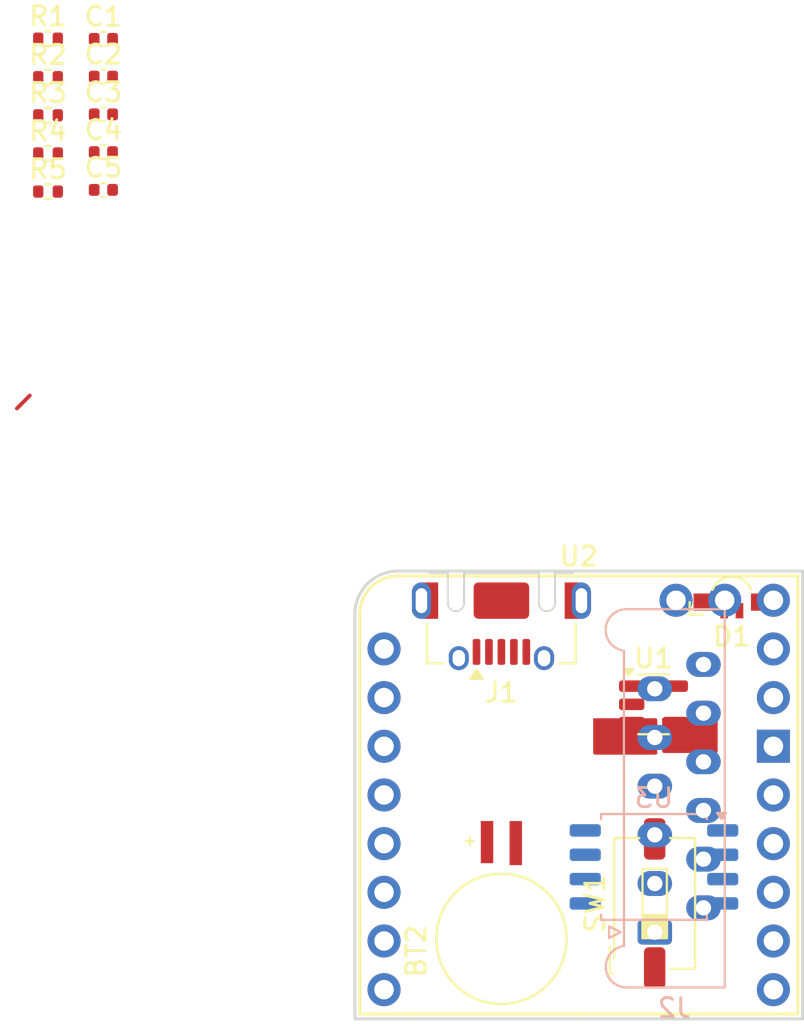
<source format=kicad_pcb>
(kicad_pcb (version 20241229) (generator "pcbnew") (generator_version "9.0")
  (layers (0 "F.Cu" signal) (2 "B.Cu" signal) (13 "F.Paste" user) (15 "B.Paste" user) (5 "F.SilkS" user "F.Silkscreen") (7 "B.SilkS" user "B.Silkscreen") (1 "F.Mask" user) (3 "B.Mask" user) (25 "Edge.Cuts" user))
  (net 0 "")
  (net 1 "+3.3V")
  (net 2 "GND")
  (net 3 "Net-(U1-PROG)")
  (net 4 "Net-(J1-Shield)")
  (net 5 "Net-(D1-RA)")
  (net 6 "VBAT")
  (net 7 "Net-(D1-K)")
  (net 8 "Net-(D1-GA)")
  (net 9 "4")
  (net 10 "3")
  (net 11 "Net-(BT2-+)")
  (net 12 "Net-(U1-STAT)")
  (net 13 "Net-(U3-~{WP}{slash}IO_{2})")
  (net 14 "Net-(U3-~{HOLD}{slash}~{RESET}{slash}IO_{3})")
  (net 15 "6")
  (net 16 "7")
  (net 17 "9")
  (net 18 "8")
  (footprint "Favorites:BAT_MS621FE-FL11E" (layer "F.Cu") (at 171.625 111.95 90)
    (property "Reference" "BT2" (at -0.635 -4.445 90) (layer "F.SilkS"))
    (property "Value" "CR1616")
    (fp_line (start 5.1 -1.846) (end 5.1 -1.446) (stroke (width 0.127)) (layer "F.SilkS"))
    (fp_line (start 4.9 -1.646) (end 5.3 -1.646) (stroke (width 0.127)) (layer "F.SilkS"))
    (fp_circle (center 0 0) (end 3.4 0) (stroke (width 0.127)) (fill no) (layer "F.SilkS"))
    (pad "1" smd rect (at 5.05 -0.75 90) (size 2.2 0.65) (layers "F.Cu" "F.Mask" "F.Paste") (net 11 "Net-(BT2-+)"))
    (pad "2" smd rect (at 5 0.75 90) (size 2.3 0.65) (layers "F.Cu" "F.Mask" "F.Paste") (net 2 "GND"))
  )
  (footprint "Resistor_SMD:R_0402_1005Metric" (layer "F.Cu") (at 147.9625 64.975)
    (property "Reference" "R1" (at 0 -1.17 0) (layer "F.SilkS"))
    (property "Value" "2 kΩ")
    (fp_line (start -0.153641 -0.38) (end 0.153641 -0.38) (stroke (width 0.12)) (layer "F.SilkS"))
    (fp_line (start -0.153641 0.38) (end 0.153641 0.38) (stroke (width 0.12)) (layer "F.SilkS"))
    (pad "1" smd roundrect (at -0.51 0) (size 0.54 0.64) (layers "F.Cu" "F.Mask" "F.Paste") (net 3 "Net-(U1-PROG)"))
    (pad "2" smd roundrect (at 0.51 0) (size 0.54 0.64) (layers "F.Cu" "F.Mask" "F.Paste") (net 2 "GND"))
  )
  (footprint "Capacitor_SMD:C_0402_1005Metric" (layer "F.Cu") (at 150.8525 72.865)
    (property "Reference" "C5" (at 0 -1.16 0) (layer "F.SilkS"))
    (property "Value" ".1 uF")
    (fp_line (start -0.107836 -0.36) (end 0.107836 -0.36) (stroke (width 0.12)) (layer "F.SilkS"))
    (fp_line (start -0.107836 0.36) (end 0.107836 0.36) (stroke (width 0.12)) (layer "F.SilkS"))
    (pad "1" smd roundrect (at -0.48 0) (size 0.56 0.62) (layers "F.Cu" "F.Mask" "F.Paste") (net 6 "VBAT"))
    (pad "2" smd roundrect (at 0.48 0) (size 0.56 0.62) (layers "F.Cu" "F.Mask" "F.Paste") (net 2 "GND"))
  )
  (footprint "Capacitor_SMD:C_0402_1005Metric" (layer "F.Cu") (at 150.8525 64.985)
    (property "Reference" "C1" (at 0 -1.16 0) (layer "F.SilkS"))
    (property "Value" "100 nF")
    (fp_line (start -0.107836 -0.36) (end 0.107836 -0.36) (stroke (width 0.12)) (layer "F.SilkS"))
    (fp_line (start -0.107836 0.36) (end 0.107836 0.36) (stroke (width 0.12)) (layer "F.SilkS"))
    (pad "1" smd roundrect (at -0.48 0) (size 0.56 0.62) (layers "F.Cu" "F.Mask" "F.Paste") (net 4 "Net-(J1-Shield)"))
    (pad "2" smd roundrect (at 0.48 0) (size 0.56 0.62) (layers "F.Cu" "F.Mask" "F.Paste") (net 2 "GND"))
  )
  (footprint "Button_Switch_SMD:SW_DIP_SPSTx01_Slide_6.7x4.1mm_W6.73mm_P2.54mm_LowProfile_JPin" (layer "F.Cu") (at 179.625 110.1 90)
    (property "Reference" "SW1" (at 0 -3.11 90) (layer "F.SilkS"))
    (property "Value" "SW_SPST")
    (fp_line (start -3.65 -2.35) (end -2.267 -2.35) (stroke (width 0.12)) (layer "F.SilkS"))
    (fp_line (start -3.65 -2.35) (end -3.65 -0.967) (stroke (width 0.12)) (layer "F.SilkS"))
    (fp_line (start 3.41 -2.11) (end 3.41 -0.8) (stroke (width 0.12)) (layer "F.SilkS"))
    (fp_line (start -3.41 -2.11) (end 3.41 -2.11) (stroke (width 0.12)) (layer "F.SilkS"))
    (fp_line (start -3.41 -2.11) (end -3.41 -0.8) (stroke (width 0.12)) (layer "F.SilkS"))
    (fp_line (start -0.603333 -0.635) (end -0.603333 0.635) (stroke (width 0.12)) (layer "F.SilkS"))
    (fp_line (start 3.41 0.8) (end 3.41 2.11) (stroke (width 0.12)) (layer "F.SilkS"))
    (fp_line (start -3.41 0.8) (end -3.41 2.11) (stroke (width 0.12)) (layer "F.SilkS"))
    (fp_line (start -3.41 2.11) (end 3.41 2.11) (stroke (width 0.12)) (layer "F.SilkS"))
    (fp_rect (start -1.81 -0.635) (end 1.81 0.635) (stroke (width 0.12)) (fill no) (layer "F.SilkS"))
    (fp_rect (start -1.81 -0.635) (end -0.603333 0.635) (stroke (width 0.12)) (fill yes) (layer "F.SilkS"))
    (pad "1" smd roundrect (at -3.365 0 90) (size 2.16 1.12) (layers "F.Cu" "F.Mask" "F.Paste") (roundrect_rratio 0.223214) (net 11 "Net-(BT2-+)"))
    (pad "2" smd roundrect (at 3.365 0 90) (size 2.16 1.12) (layers "F.Cu" "F.Mask" "F.Paste") (roundrect_rratio 0.223214) (net 6 "VBAT"))
  )
  (footprint "Capacitor_SMD:C_0402_1005Metric" (layer "F.Cu") (at 150.8525 68.925)
    (property "Reference" "C3" (at 0 -1.16 0) (layer "F.SilkS"))
    (property "Value" "4.7 μF")
    (fp_line (start -0.107836 -0.36) (end 0.107836 -0.36) (stroke (width 0.12)) (layer "F.SilkS"))
    (fp_line (start -0.107836 0.36) (end 0.107836 0.36) (stroke (width 0.12)) (layer "F.SilkS"))
    (pad "1" smd roundrect (at -0.48 0) (size 0.56 0.62) (layers "F.Cu" "F.Mask" "F.Paste") (net 11 "Net-(BT2-+)"))
    (pad "2" smd roundrect (at 0.48 0) (size 0.56 0.62) (layers "F.Cu" "F.Mask" "F.Paste") (net 2 "GND"))
  )
  (footprint "Resistor_SMD:R_0402_1005Metric" (layer "F.Cu") (at 147.9625 72.955)
    (property "Reference" "R5" (at 0 -1.17 0) (layer "F.SilkS"))
    (property "Value" "10 kΩ")
    (fp_line (start -0.153641 -0.38) (end 0.153641 -0.38) (stroke (width 0.12)) (layer "F.SilkS"))
    (fp_line (start -0.153641 0.38) (end 0.153641 0.38) (stroke (width 0.12)) (layer "F.SilkS"))
    (pad "1" smd roundrect (at -0.51 0) (size 0.54 0.64) (layers "F.Cu" "F.Mask" "F.Paste") (net 1 "+3.3V"))
    (pad "2" smd roundrect (at 0.51 0) (size 0.54 0.64) (layers "F.Cu" "F.Mask" "F.Paste") (net 14 "Net-(U3-~{HOLD}{slash}~{RESET}{slash}IO_{3})"))
  )
  (footprint "Package_TO_SOT_SMD:SOT-23-5" (layer "F.Cu") (at 179.5625 99.710696)
    (property "Reference" "U1" (at 0 -2.4 0) (layer "F.SilkS"))
    (property "Value" "MCP73831-2-OT")
    (fp_line (start 0 -1.56) (end -0.8 -1.56) (stroke (width 0.12)) (layer "F.SilkS"))
    (fp_line (start 0 -1.56) (end 0.8 -1.56) (stroke (width 0.12)) (layer "F.SilkS"))
    (fp_line (start 0 1.56) (end -0.8 1.56) (stroke (width 0.12)) (layer "F.SilkS"))
    (fp_line (start 0 1.56) (end 0.8 1.56) (stroke (width 0.12)) (layer "F.SilkS"))
    (fp_poly (pts (xy -1.3 -1.51) (xy -1.54 -1.84) (xy -1.06 -1.84)) (stroke (width 0.12)) (fill yes) (layer "F.SilkS"))
    (pad "1" smd roundrect (at -1.1375 -0.95) (size 1.325 0.6) (layers "F.Cu" "F.Mask" "F.Paste") (net 12 "Net-(U1-STAT)"))
    (pad "2" smd roundrect (at -1.1375 0) (size 1.325 0.6) (layers "F.Cu" "F.Mask" "F.Paste") (net 2 "GND"))
    (pad "3" smd roundrect (at -1.1375 0.95) (size 1.325 0.6) (layers "F.Cu" "F.Mask" "F.Paste") (net 11 "Net-(BT2-+)"))
    (pad "4" smd roundrect (at 1.1375 0.95) (size 1.325 0.6) (layers "F.Cu" "F.Mask" "F.Paste") (net 5 "Net-(D1-RA)"))
    (pad "5" smd roundrect (at 1.1375 -0.95) (size 1.325 0.6) (layers "F.Cu" "F.Mask" "F.Paste") (net 3 "Net-(U1-PROG)"))
  )
  (footprint "Connector_USB:USB_Micro-AB_Molex_47590-0001" (layer "F.Cu") (at 171.625 93.95 180)
    (property "Reference" "J1" (at 0 -5.15 0) (layer "F.SilkS"))
    (property "Value" "USB_A" (hide yes))
    (fp_line (start 3.87 -3.62) (end 3.87 -1.55) (stroke (width 0.12)) (layer "F.SilkS"))
    (fp_line (start 3 -3.62) (end 3.87 -3.62) (stroke (width 0.12)) (layer "F.SilkS"))
    (fp_line (start -3.87 -3.62) (end -3 -3.62) (stroke (width 0.12)) (layer "F.SilkS"))
    (fp_line (start -3.87 -3.62) (end -3.87 -1.55) (stroke (width 0.12)) (layer "F.SilkS"))
    (fp_poly (pts (xy 1.3 -3.96) (xy 0.96 -4.43) (xy 1.64 -4.43) (xy 1.3 -3.96)) (stroke (width 0.12)) (fill yes) (layer "F.SilkS"))
    (fp_line (start 2.8 1.1) (end 3.75 1.1) (stroke (width 0.1)) (layer "Edge.Cuts"))
    (fp_line (start 2.8 -0.475) (end 2.8 1.1) (stroke (width 0.1)) (layer "Edge.Cuts"))
    (fp_line (start 1.95 -0.475) (end 1.95 1.1) (stroke (width 0.1)) (layer "Edge.Cuts"))
    (fp_line (start -1.95 1.1) (end 1.95 1.1) (stroke (width 0.1)) (layer "Edge.Cuts"))
    (fp_line (start -1.95 -0.475) (end -1.95 1.1) (stroke (width 0.1)) (layer "Edge.Cuts"))
    (fp_line (start -2.8 -0.475) (end -2.8 1.1) (stroke (width 0.1)) (layer "Edge.Cuts"))
    (fp_line (start -3.75 1.1) (end -2.8 1.1) (stroke (width 0.1)) (layer "Edge.Cuts"))
    (fp_arc (start 1.95 -0.475) (mid 2.375 -0.9) (end 2.8 -0.475) (stroke (width 0.1)) (layer "Edge.Cuts"))
    (fp_arc (start -2.8 -0.475) (mid -2.375 -0.9) (end -1.95 -0.475) (stroke (width 0.1)) (layer "Edge.Cuts"))
    (pad "1" smd roundrect (at 1.3 -3.025 180) (size 0.4 1.35) (layers "F.Cu" "F.Mask" "F.Paste") (net 5 "Net-(D1-RA)"))
    (pad "2" smd roundrect (at 0.65 -3.025 180) (size 0.4 1.35) (layers "F.Cu" "F.Mask" "F.Paste") (net 10 "3"))
    (pad "3" smd roundrect (at 0 -3.025 180) (size 0.4 1.35) (layers "F.Cu" "F.Mask" "F.Paste") (net 9 "4"))
    (pad "4" smd roundrect (at -0.65 -3.025 180) (size 0.4 1.35) (layers "F.Cu" "F.Mask" "F.Paste") (net 2 "GND"))
    (pad "5" smd roundrect (at -1.3 -3.025 180) (size 0.4 1.35) (layers "F.Cu" "F.Mask" "F.Paste") (net 4 "Net-(J1-Shield)"))
    (pad "6" thru_hole oval (at -4.175 -0.35 180) (size 1 1.9) (drill oval 0.6 1.3) (property pad_prop_heatsink) (layers "*.Cu" "*.Mask"))
    (pad "6" smd rect (at -3.7375 -0.35 180) (size 0.875 1.9) (layers "F.Cu" "F.Mask"))
    (pad "6" thru_hole oval (at -2.225 -3.35 180) (size 1.05 1.25) (drill oval 0.65 0.85) (property pad_prop_heatsink) (layers "*.Cu" "*.Mask"))
    (pad "6" smd roundrect (at 0 -0.35 180) (size 2.9 1.9) (layers "F.Cu" "F.Mask" "F.Paste") (roundrect_rratio 0.1315789474))
    (pad "6" thru_hole oval (at 2.225 -3.35 180) (size 1.05 1.25) (drill oval 0.65 0.85) (property pad_prop_heatsink) (layers "*.Cu" "*.Mask"))
    (pad "6" smd rect (at 3.7375 -0.35 180) (size 0.875 1.9) (layers "F.Cu" "F.Mask"))
    (pad "6" thru_hole oval (at 4.175 -0.35 180) (size 1 1.9) (drill oval 0.6 1.3) (property pad_prop_heatsink) (layers "*.Cu" "*.Mask"))
  )
  (footprint "Capacitor_SMD:C_0402_1005Metric" (layer "F.Cu") (at 150.8525 70.895)
    (property "Reference" "C4" (at 0 -1.16 0) (layer "F.SilkS"))
    (property "Value" "1 uF")
    (fp_line (start -0.107836 -0.36) (end 0.107836 -0.36) (stroke (width 0.12)) (layer "F.SilkS"))
    (fp_line (start -0.107836 0.36) (end 0.107836 0.36) (stroke (width 0.12)) (layer "F.SilkS"))
    (pad "1" smd roundrect (at -0.48 0) (size 0.56 0.62) (layers "F.Cu" "F.Mask" "F.Paste") (net 6 "VBAT"))
    (pad "2" smd roundrect (at 0.48 0) (size 0.56 0.62) (layers "F.Cu" "F.Mask" "F.Paste") (net 2 "GND"))
  )
  (footprint "Capacitor_SMD:C_0402_1005Metric" (layer "F.Cu") (at 150.8525 66.955)
    (property "Reference" "C2" (at 0 -1.16 0) (layer "F.SilkS"))
    (property "Value" "4.7 μF")
    (fp_line (start -0.107836 -0.36) (end 0.107836 -0.36) (stroke (width 0.12)) (layer "F.SilkS"))
    (fp_line (start -0.107836 0.36) (end 0.107836 0.36) (stroke (width 0.12)) (layer "F.SilkS"))
    (pad "1" smd roundrect (at -0.48 0) (size 0.56 0.62) (layers "F.Cu" "F.Mask" "F.Paste") (net 5 "Net-(D1-RA)"))
    (pad "2" smd roundrect (at 0.48 0) (size 0.56 0.62) (layers "F.Cu" "F.Mask" "F.Paste") (net 2 "GND"))
  )
  (footprint "LED_SMD:LED_Kingbright_APFA3010_3x1.5mm_Horizontal" (layer "F.Cu") (at 183.65 94.376778)
    (property "Reference" "D1" (at 0 1.8 0) (layer "F.SilkS"))
    (property "Value" "LED_RGBK")
    (fp_line (start -2.2 0) (end -2.2 0.65) (stroke (width 0.12)) (layer "F.SilkS"))
    (fp_line (start -2.2 0.65) (end -1.5 0.65) (stroke (width 0.12)) (layer "F.SilkS"))
    (fp_arc (start -1 -0.65) (mid 0 -1.327033) (end 1 -0.65) (stroke (width 0.12)) (layer "F.SilkS"))
    (pad "1" smd rect (at -1.5 0) (size 1 0.9) (layers "F.Cu" "F.Mask" "F.Paste") (net 5 "Net-(D1-RA)"))
    (pad "2" smd rect (at 1.5 0) (size 1 0.9) (layers "F.Cu" "F.Mask" "F.Paste") (net 8 "Net-(D1-GA)"))
    (pad "3" smd rect (at 0.4 0.45) (size 0.4 0.8) (layers "F.Cu" "F.Mask" "F.Paste") (net 2 "GND"))
    (pad "4" smd rect (at -0.4 0.45) (size 0.4 0.8) (layers "F.Cu" "F.Mask" "F.Paste") (net 7 "Net-(D1-K)"))
  )
  (footprint "Resistor_SMD:R_0402_1005Metric" (layer "F.Cu") (at 147.9625 68.975)
    (property "Reference" "R3" (at 0 -1.17 0) (layer "F.SilkS"))
    (property "Value" "470 Ω")
    (fp_line (start -0.153641 -0.38) (end 0.153641 -0.38) (stroke (width 0.12)) (layer "F.SilkS"))
    (fp_line (start -0.153641 0.38) (end 0.153641 0.38) (stroke (width 0.12)) (layer "F.SilkS"))
    (pad "1" smd roundrect (at -0.51 0) (size 0.54 0.64) (layers "F.Cu" "F.Mask" "F.Paste") (net 7 "Net-(D1-K)"))
    (pad "2" smd roundrect (at 0.51 0) (size 0.54 0.64) (layers "F.Cu" "F.Mask" "F.Paste") (net 12 "Net-(U1-STAT)"))
  )
  (footprint "Resistor_SMD:R_0402_1005Metric" (layer "F.Cu") (at 147.9625 66.985)
    (property "Reference" "R2" (at 0 -1.17 0) (layer "F.SilkS"))
    (property "Value" "27 Ω")
    (fp_line (start -0.153641 -0.38) (end 0.153641 -0.38) (stroke (width 0.12)) (layer "F.SilkS"))
    (fp_line (start -0.153641 0.38) (end 0.153641 0.38) (stroke (width 0.12)) (layer "F.SilkS"))
    (pad "1" smd roundrect (at -0.51 0) (size 0.54 0.64) (layers "F.Cu" "F.Mask" "F.Paste") (net 8 "Net-(D1-GA)"))
    (pad "2" smd roundrect (at 0.51 0) (size 0.54 0.64) (layers "F.Cu" "F.Mask" "F.Paste") (net 11 "Net-(BT2-+)"))
  )
  (footprint "Resistor_SMD:R_0402_1005Metric" (layer "F.Cu") (at 147.9625 70.965)
    (property "Reference" "R4" (at 0 -1.17 0) (layer "F.SilkS"))
    (property "Value" "10 kΩ")
    (fp_line (start -0.153641 -0.38) (end 0.153641 -0.38) (stroke (width 0.12)) (layer "F.SilkS"))
    (fp_line (start -0.153641 0.38) (end 0.153641 0.38) (stroke (width 0.12)) (layer "F.SilkS"))
    (pad "1" smd roundrect (at -0.51 0) (size 0.54 0.64) (layers "F.Cu" "F.Mask" "F.Paste") (net 1 "+3.3V"))
    (pad "2" smd roundrect (at 0.51 0) (size 0.54 0.64) (layers "F.Cu" "F.Mask" "F.Paste") (net 13 "Net-(U3-~{WP}{slash}IO_{2})"))
  )
  (footprint "Favorites:Arduino_Nicla_Sense_ME" (layer "F.Cu") (at 164.23 93.01)
    (property "Reference" "U2" (at 11.43 -1.016 0) (layer "F.SilkS"))
    (property "Value" "~" (hide yes))
    (fp_line (start 0 22.86) (end 0 2) (stroke (width 0.15)) (layer "F.SilkS"))
    (fp_line (start 0 22.86) (end 22.86 22.86) (stroke (width 0.15)) (layer "F.SilkS"))
    (fp_line (start 2 0) (end 22.86 0) (stroke (width 0.15)) (layer "F.SilkS"))
    (fp_line (start 22.86 0) (end 22.86 22.86) (stroke (width 0.15)) (layer "F.SilkS"))
    (fp_arc (start 0 2) (mid 0.585786 0.585786) (end 2 0) (stroke (width 0.15)) (layer "F.SilkS"))
    (fp_line (start -0.254 2) (end -0.254 23.114) (stroke (width 0.15)) (layer "Edge.Cuts"))
    (fp_line (start -0.254 23.114) (end 2.667 23.114) (stroke (width 0.15)) (layer "Edge.Cuts"))
    (fp_line (start 2.667 23.114) (end 11.43 23.114) (stroke (width 0.15)) (layer "Edge.Cuts"))
    (fp_line (start 11.43 23.114) (end 23.114 23.114) (stroke (width 0.15)) (layer "Edge.Cuts"))
    (fp_line (start 23.114 -0.254) (end 2 -0.254) (stroke (width 0.15)) (layer "Edge.Cuts"))
    (fp_line (start 23.114 -0.254) (end 23.114 23.114) (stroke (width 0.15)) (layer "Edge.Cuts"))
    (fp_arc (start -0.254 2) (mid 0.406181 0.406181) (end 2 -0.254) (stroke (width 0.15)) (layer "Edge.Cuts"))
    (pad "" thru_hole circle (at 1.27 19.05) (size 1.7272 1.7272) (drill 1.016) (layers "*.Cu" "*.Mask"))
    (pad "" thru_hole circle (at 19.05 1.27) (size 1.7272 1.7272) (drill 1.016) (layers "*.Cu" "*.Mask"))
    (pad "" thru_hole circle (at 21.59 3.81) (size 1.7272 1.7272) (drill 1.016) (layers "*.Cu" "*.Mask"))
    (pad "0" thru_hole circle (at 21.59 11.43) (size 1.7272 1.7272) (drill 1.016) (layers "*.Cu" "*.Mask"))
    (pad "1" thru_hole circle (at 21.59 13.97) (size 1.7272 1.7272) (drill 1.016) (layers "*.Cu" "*.Mask"))
    (pad "2" thru_hole circle (at 21.59 16.51) (size 1.7272 1.7272) (drill 1.016) (layers "*.Cu" "*.Mask"))
    (pad "3" thru_hole circle (at 21.59 19.05) (size 1.7272 1.7272) (drill 1.016) (layers "*.Cu" "*.Mask"))
    (pad "4" thru_hole circle (at 21.59 21.59) (size 1.7272 1.7272) (drill 1.016) (layers "*.Cu" "*.Mask"))
    (pad "5" thru_hole circle (at 1.27 21.59) (size 1.7272 1.7272) (drill 1.016) (layers "*.Cu" "*.Mask"))
    (pad "6" thru_hole circle (at 1.27 16.51) (size 1.7272 1.7272) (drill 1.016) (layers "*.Cu" "*.Mask"))
    (pad "7" thru_hole circle (at 1.27 11.43) (size 1.7272 1.7272) (drill 1.016) (layers "*.Cu" "*.Mask"))
    (pad "8" thru_hole circle (at 1.27 13.97) (size 1.7272 1.7272) (drill 1.016) (layers "*.Cu" "*.Mask"))
    (pad "9" thru_hole circle (at 1.27 8.89) (size 1.7272 1.7272) (drill 1.016) (layers "*.Cu" "*.Mask"))
    (pad "A0" thru_hole circle (at 1.27 3.81) (size 1.7272 1.7272) (drill 1.016) (layers "*.Cu" "*.Mask"))
    (pad "A1" thru_hole circle (at 1.27 6.35) (size 1.7272 1.7272) (drill 1.016) (layers "*.Cu" "*.Mask"))
    (pad "GND" thru_hole rect (at 21.59 8.89) (size 1.7272 1.7272) (drill 1.016) (layers "*.Cu" "*.Mask"))
    (pad "VBAT" thru_hole circle (at 16.51 1.27) (size 1.7272 1.7272) (drill 1.016) (layers "*.Cu" "*.Mask"))
    (pad "VIN" thru_hole circle (at 21.59 1.27) (size 1.7272 1.7272) (drill 1.016) (layers "*.Cu" "*.Mask"))
    (pad "VOUT" thru_hole circle (at 21.59 6.35) (size 1.7272 1.7272) (drill 1.016) (layers "*.Cu" "*.Mask"))
  )
  (footprint "Connector_Molex:Molex_Picoflex_90325-0012_2x06_P1.27mm_Vertical" (layer "B.Cu") (at 179.63 111.6)
    (property "Reference" "J2" (at 1.02 3.96 0) (layer "B.SilkS") (effects (justify mirror)))
    (property "Value" "Conn_01x12_Pin")
    (fp_line (start -2.38 -0.3) (end -1.78 0) (stroke (width 0.12)) (layer "B.SilkS"))
    (fp_line (start -2.38 0.3) (end -2.38 -0.3) (stroke (width 0.12)) (layer "B.SilkS"))
    (fp_line (start -1.78 0) (end -2.38 0.3) (stroke (width 0.12)) (layer "B.SilkS"))
    (fp_line (start -1.61 0.715) (end -1.61 -14.685) (stroke (width 0.12)) (layer "B.SilkS"))
    (fp_line (start -1.48 2.885) (end 3.65 2.885) (stroke (width 0.12)) (layer "B.SilkS"))
    (fp_line (start 3.65 -16.855) (end -1.48 -16.855) (stroke (width 0.12)) (layer "B.SilkS"))
    (fp_line (start 3.65 2.885) (end 3.65 -16.855) (stroke (width 0.12)) (layer "B.SilkS"))
    (fp_arc (start -1.678256 -14.70322) (mid -2.56 -15.874526) (end -1.47 -16.855) (stroke (width 0.12)) (layer "B.SilkS"))
    (fp_arc (start -1.35 2.88) (mid -2.56 1.93) (end -1.61 0.72) (stroke (width 0.12)) (layer "B.SilkS"))
    (pad "" np_thru_hole circle (at -1.48 -15.77) (size 1.5 1.5) (drill 1.5) (layers "*.Cu" "*.Mask"))
    (pad "" np_thru_hole circle (at -1.48 1.8) (size 1.5 1.5) (drill 1.5) (layers "*.Cu" "*.Mask"))
    (pad "1" thru_hole roundrect (at 0 0) (size 1.8 1.3) (drill 0.8) (layers "*.Cu" "*.Mask") (roundrect_rratio 0.192308))
    (pad "2" thru_hole oval (at 2.54 -1.27) (size 1.8 1.3) (drill 0.8) (layers "*.Cu" "*.Mask"))
    (pad "3" thru_hole oval (at 0 -2.54) (size 1.8 1.3) (drill 0.8) (layers "*.Cu" "*.Mask"))
    (pad "4" thru_hole oval (at 2.54 -3.81) (size 1.8 1.3) (drill 0.8) (layers "*.Cu" "*.Mask"))
    (pad "5" thru_hole oval (at 0 -5.08) (size 1.8 1.3) (drill 0.8) (layers "*.Cu" "*.Mask"))
    (pad "6" thru_hole oval (at 2.54 -6.35) (size 1.8 1.3) (drill 0.8) (layers "*.Cu" "*.Mask"))
    (pad "7" thru_hole oval (at 0 -7.62) (size 1.8 1.3) (drill 0.8) (layers "*.Cu" "*.Mask"))
    (pad "8" thru_hole oval (at 2.54 -8.89) (size 1.8 1.3) (drill 0.8) (layers "*.Cu" "*.Mask"))
    (pad "9" thru_hole oval (at 0 -10.16) (size 1.8 1.3) (drill 0.8) (layers "*.Cu" "*.Mask"))
    (pad "10" thru_hole oval (at 2.54 -11.43) (size 1.8 1.3) (drill 0.8) (layers "*.Cu" "*.Mask"))
    (pad "11" thru_hole oval (at 0 -12.7) (size 1.8 1.3) (drill 0.8) (layers "*.Cu" "*.Mask"))
    (pad "12" thru_hole oval (at 2.54 -13.97) (size 1.8 1.3) (drill 0.8) (layers "*.Cu" "*.Mask"))
  )
  (footprint "Package_SO:SOIC-8_5.3x5.3mm_P1.27mm" (layer "B.Cu") (at 179.5875 108.195 180)
    (property "Reference" "U3" (at 0 3.6 0) (layer "B.SilkS") (effects (justify mirror)))
    (property "Value" "W25Q128JVS")
    (fp_line (start 2.76 2.76) (end 2.76 2.49) (stroke (width 0.12)) (layer "B.SilkS"))
    (fp_line (start 2.76 -2.76) (end 2.76 -2.49) (stroke (width 0.12)) (layer "B.SilkS"))
    (fp_line (start 0 2.76) (end 2.76 2.76) (stroke (width 0.12)) (layer "B.SilkS"))
    (fp_line (start 0 2.76) (end -2.76 2.76) (stroke (width 0.12)) (layer "B.SilkS"))
    (fp_line (start 0 -2.76) (end 2.76 -2.76) (stroke (width 0.12)) (layer "B.SilkS"))
    (fp_line (start 0 -2.76) (end -2.76 -2.76) (stroke (width 0.12)) (layer "B.SilkS"))
    (fp_line (start -2.76 2.76) (end -2.76 2.49) (stroke (width 0.12)) (layer "B.SilkS"))
    (fp_line (start -2.76 -2.76) (end -2.76 -2.49) (stroke (width 0.12)) (layer "B.SilkS"))
    (fp_poly (pts (xy -3.525 2.49) (xy -3.765 2.82) (xy -3.285 2.82)) (stroke (width 0.12)) (fill yes) (layer "B.SilkS"))
    (pad "1" smd roundrect (at -3.5875 1.905 180) (size 1.625 0.65) (layers "B.Cu" "B.Mask" "B.Paste") (net 15 "6"))
    (pad "2" smd roundrect (at -3.5875 0.635 180) (size 1.625 0.65) (layers "B.Cu" "B.Mask" "B.Paste") (net 18 "8"))
    (pad "3" smd roundrect (at -3.5875 -0.635 180) (size 1.625 0.65) (layers "B.Cu" "B.Mask" "B.Paste") (net 13 "Net-(U3-~{WP}{slash}IO_{2})"))
    (pad "4" smd roundrect (at -3.5875 -1.905 180) (size 1.625 0.65) (layers "B.Cu" "B.Mask" "B.Paste") (net 2 "GND"))
    (pad "5" smd roundrect (at 3.5875 -1.905 180) (size 1.625 0.65) (layers "B.Cu" "B.Mask" "B.Paste") (net 16 "7"))
    (pad "6" smd roundrect (at 3.5875 -0.635 180) (size 1.625 0.65) (layers "B.Cu" "B.Mask" "B.Paste") (net 17 "9"))
    (pad "7" smd roundrect (at 3.5875 0.635 180) (size 1.625 0.65) (layers "B.Cu" "B.Mask" "B.Paste") (net 14 "Net-(U3-~{HOLD}{slash}~{RESET}{slash}IO_{3})"))
    (pad "8" smd roundrect (at 3.5875 1.905 180) (size 1.625 0.65) (layers "B.Cu" "B.Mask" "B.Paste") (net 6 "VBAT"))
  )
  (gr_rect (start 180.1125 100.525) (end 182.8125 102.15) (stroke (width 0.2)) (fill yes) (layer "F.Cu") (net 5))
  (gr_rect (start 176.5125 100.5375) (end 179.6625 102.2375) (stroke (width 0.2)) (fill yes) (layer "F.Cu") (net 11))
  (segment (start 147.01 83.6) (end 146.339 84.271) (width 0.2) (layer "F.Cu") (net 0))
)
</source>
